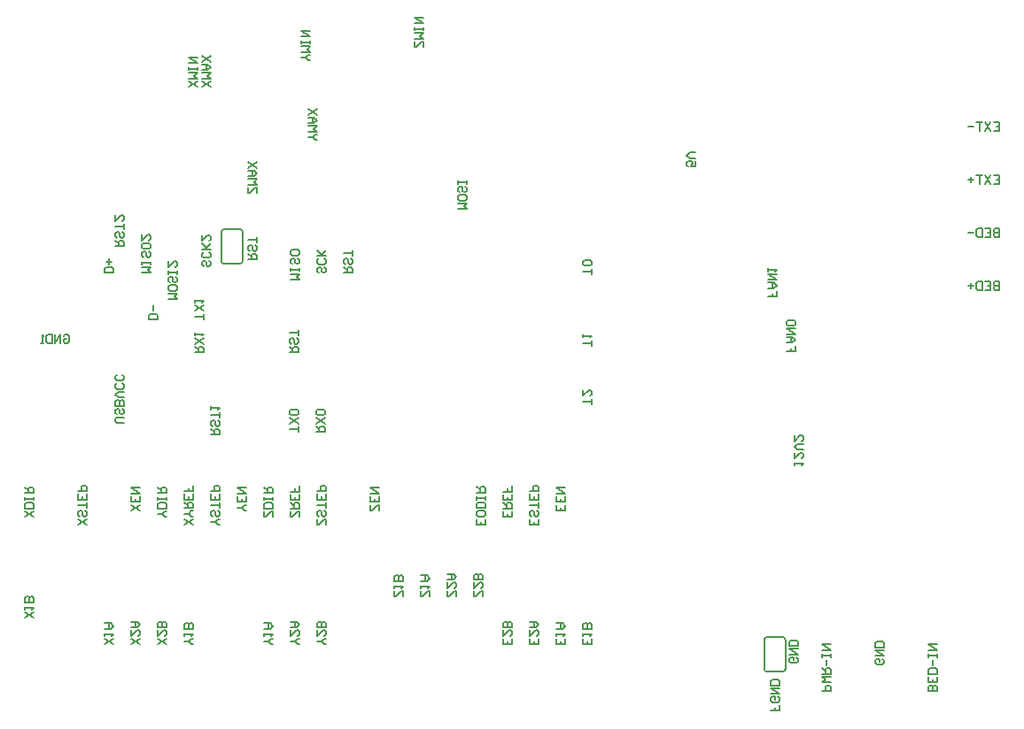
<source format=gbo>
G04 Layer_Color=32896*
%FSLAX24Y24*%
%MOIN*%
G70*
G01*
G75*
%ADD113C,0.0060*%
D113*
X18232Y27944D02*
G03*
X18332Y27844I100J0D01*
G01*
Y29144D02*
G03*
X18232Y29044I0J-100D01*
G01*
X19032D02*
G03*
X18932Y29144I-100J0D01*
G01*
Y27844D02*
G03*
X19032Y27944I0J100D01*
G01*
X39455Y13680D02*
G03*
X39355Y13780I-100J0D01*
G01*
Y12480D02*
G03*
X39455Y12580I0J100D01*
G01*
X38655D02*
G03*
X38755Y12480I100J0D01*
G01*
Y13780D02*
G03*
X38655Y13680I0J-100D01*
G01*
X19032Y27944D02*
Y29044D01*
X18332Y27844D02*
X18932D01*
X18332Y29144D02*
X18932D01*
X18232Y27944D02*
Y29044D01*
X38655Y12580D02*
Y13680D01*
X38755Y13780D02*
X39355D01*
X38755Y12480D02*
X39355D01*
X39455Y12580D02*
Y13680D01*
X11170Y18300D02*
X10850Y18513D01*
X11170D02*
X10850Y18300D01*
X11170Y18620D02*
X10850D01*
Y18780D01*
X10903Y18833D01*
X11117D01*
X11170Y18780D01*
Y18620D01*
Y18940D02*
Y19046D01*
Y18993D01*
X10850D01*
Y18940D01*
Y19046D01*
Y19206D02*
X11170D01*
Y19366D01*
X11117Y19420D01*
X11010D01*
X10957Y19366D01*
Y19206D01*
Y19313D02*
X10850Y19420D01*
X13170Y18000D02*
X12850Y18213D01*
X13170D02*
X12850Y18000D01*
X13117Y18533D02*
X13170Y18480D01*
Y18373D01*
X13117Y18320D01*
X13063D01*
X13010Y18373D01*
Y18480D01*
X12957Y18533D01*
X12903D01*
X12850Y18480D01*
Y18373D01*
X12903Y18320D01*
X13170Y18640D02*
Y18853D01*
Y18746D01*
X12850D01*
X13170Y19173D02*
Y18960D01*
X12850D01*
Y19173D01*
X13010Y18960D02*
Y19066D01*
X12850Y19280D02*
X13170D01*
Y19440D01*
X13117Y19493D01*
X13010D01*
X12957Y19440D01*
Y19280D01*
X15170Y18550D02*
X14850Y18763D01*
X15170D02*
X14850Y18550D01*
X15170Y19083D02*
Y18870D01*
X14850D01*
Y19083D01*
X15010Y18870D02*
Y18977D01*
X14850Y19190D02*
X15170D01*
X14850Y19403D01*
X15170D01*
X16170Y18300D02*
X16117D01*
X16010Y18407D01*
X16117Y18513D01*
X16170D01*
X16010Y18407D02*
X15850D01*
X16170Y18620D02*
X15850D01*
Y18780D01*
X15903Y18833D01*
X16117D01*
X16170Y18780D01*
Y18620D01*
Y18940D02*
Y19046D01*
Y18993D01*
X15850D01*
Y18940D01*
Y19046D01*
Y19206D02*
X16170D01*
Y19366D01*
X16117Y19420D01*
X16010D01*
X15957Y19366D01*
Y19206D01*
Y19313D02*
X15850Y19420D01*
X17170Y18000D02*
X16850Y18213D01*
X17170D02*
X16850Y18000D01*
X17170Y18320D02*
X17117D01*
X17010Y18427D01*
X17117Y18533D01*
X17170D01*
X17010Y18427D02*
X16850D01*
Y18640D02*
X17170D01*
Y18800D01*
X17117Y18853D01*
X17010D01*
X16957Y18800D01*
Y18640D01*
Y18746D02*
X16850Y18853D01*
X17170Y19173D02*
Y18960D01*
X16850D01*
Y19173D01*
X17010Y18960D02*
Y19066D01*
X17170Y19493D02*
Y19280D01*
X17010D01*
Y19386D01*
Y19280D01*
X16850D01*
X18170Y18000D02*
X18117D01*
X18010Y18107D01*
X18117Y18213D01*
X18170D01*
X18010Y18107D02*
X17850D01*
X18117Y18533D02*
X18170Y18480D01*
Y18373D01*
X18117Y18320D01*
X18063D01*
X18010Y18373D01*
Y18480D01*
X17957Y18533D01*
X17903D01*
X17850Y18480D01*
Y18373D01*
X17903Y18320D01*
X18170Y18640D02*
Y18853D01*
Y18746D01*
X17850D01*
X18170Y19173D02*
Y18960D01*
X17850D01*
Y19173D01*
X18010Y18960D02*
Y19066D01*
X17850Y19280D02*
X18170D01*
Y19440D01*
X18117Y19493D01*
X18010D01*
X17957Y19440D01*
Y19280D01*
X19170Y18550D02*
X19117D01*
X19010Y18657D01*
X19117Y18763D01*
X19170D01*
X19010Y18657D02*
X18850D01*
X19170Y19083D02*
Y18870D01*
X18850D01*
Y19083D01*
X19010Y18870D02*
Y18977D01*
X18850Y19190D02*
X19170D01*
X18850Y19403D01*
X19170D01*
X20170Y18300D02*
Y18513D01*
X20117D01*
X19903Y18300D01*
X19850D01*
Y18513D01*
X20170Y18620D02*
X19850D01*
Y18780D01*
X19903Y18833D01*
X20117D01*
X20170Y18780D01*
Y18620D01*
Y18940D02*
Y19046D01*
Y18993D01*
X19850D01*
Y18940D01*
Y19046D01*
Y19206D02*
X20170D01*
Y19366D01*
X20117Y19420D01*
X20010D01*
X19957Y19366D01*
Y19206D01*
Y19313D02*
X19850Y19420D01*
X21170Y18300D02*
Y18513D01*
X21117D01*
X20903Y18300D01*
X20850D01*
Y18513D01*
Y18620D02*
X21170D01*
Y18780D01*
X21117Y18833D01*
X21010D01*
X20957Y18780D01*
Y18620D01*
Y18727D02*
X20850Y18833D01*
X21170Y19153D02*
Y18940D01*
X20850D01*
Y19153D01*
X21010Y18940D02*
Y19046D01*
X21170Y19473D02*
Y19260D01*
X21010D01*
Y19366D01*
Y19260D01*
X20850D01*
X22170Y18000D02*
Y18213D01*
X22117D01*
X21903Y18000D01*
X21850D01*
Y18213D01*
X22117Y18533D02*
X22170Y18480D01*
Y18373D01*
X22117Y18320D01*
X22063D01*
X22010Y18373D01*
Y18480D01*
X21957Y18533D01*
X21903D01*
X21850Y18480D01*
Y18373D01*
X21903Y18320D01*
X22170Y18640D02*
Y18853D01*
Y18746D01*
X21850D01*
X22170Y19173D02*
Y18960D01*
X21850D01*
Y19173D01*
X22010Y18960D02*
Y19066D01*
X21850Y19280D02*
X22170D01*
Y19440D01*
X22117Y19493D01*
X22010D01*
X21957Y19440D01*
Y19280D01*
X24170Y18550D02*
Y18763D01*
X24117D01*
X23903Y18550D01*
X23850D01*
Y18763D01*
X24170Y19083D02*
Y18870D01*
X23850D01*
Y19083D01*
X24010Y18870D02*
Y18977D01*
X23850Y19190D02*
X24170D01*
X23850Y19403D01*
X24170D01*
X28170Y18213D02*
Y18000D01*
X27850D01*
Y18213D01*
X28010Y18000D02*
Y18107D01*
X28117Y18320D02*
X28170Y18373D01*
Y18480D01*
X28117Y18533D01*
X27903D01*
X27850Y18480D01*
Y18373D01*
X27903Y18320D01*
X28117D01*
X28170Y18640D02*
X27850D01*
Y18800D01*
X27903Y18853D01*
X28117D01*
X28170Y18800D01*
Y18640D01*
Y18960D02*
Y19066D01*
Y19013D01*
X27850D01*
Y18960D01*
Y19066D01*
Y19226D02*
X28170D01*
Y19386D01*
X28117Y19440D01*
X28010D01*
X27957Y19386D01*
Y19226D01*
Y19333D02*
X27850Y19440D01*
X29170Y18513D02*
Y18300D01*
X28850D01*
Y18513D01*
X29010Y18300D02*
Y18407D01*
X28850Y18620D02*
X29170D01*
Y18780D01*
X29117Y18833D01*
X29010D01*
X28957Y18780D01*
Y18620D01*
Y18727D02*
X28850Y18833D01*
X29170Y19153D02*
Y18940D01*
X28850D01*
Y19153D01*
X29010Y18940D02*
Y19046D01*
X29170Y19473D02*
Y19260D01*
X29010D01*
Y19366D01*
Y19260D01*
X28850D01*
X30170Y18213D02*
Y18000D01*
X29850D01*
Y18213D01*
X30010Y18000D02*
Y18107D01*
X30117Y18533D02*
X30170Y18480D01*
Y18373D01*
X30117Y18320D01*
X30063D01*
X30010Y18373D01*
Y18480D01*
X29957Y18533D01*
X29903D01*
X29850Y18480D01*
Y18373D01*
X29903Y18320D01*
X30170Y18640D02*
Y18853D01*
Y18746D01*
X29850D01*
X30170Y19173D02*
Y18960D01*
X29850D01*
Y19173D01*
X30010Y18960D02*
Y19066D01*
X29850Y19280D02*
X30170D01*
Y19440D01*
X30117Y19493D01*
X30010D01*
X29957Y19440D01*
Y19280D01*
X31170Y18763D02*
Y18550D01*
X30850D01*
Y18763D01*
X31010Y18550D02*
Y18657D01*
X31170Y19083D02*
Y18870D01*
X30850D01*
Y19083D01*
X31010Y18870D02*
Y18977D01*
X30850Y19190D02*
X31170D01*
X30850Y19403D01*
X31170D01*
X11170Y14500D02*
X10850Y14713D01*
X11170D02*
X10850Y14500D01*
Y14820D02*
Y14927D01*
Y14873D01*
X11170D01*
X11117Y14820D01*
X11170Y15086D02*
X10850D01*
Y15246D01*
X10903Y15300D01*
X10957D01*
X11010Y15246D01*
Y15086D01*
Y15246D01*
X11063Y15300D01*
X11117D01*
X11170Y15246D01*
Y15086D01*
X14170Y13500D02*
X13850Y13713D01*
X14170D02*
X13850Y13500D01*
Y13820D02*
Y13927D01*
Y13873D01*
X14170D01*
X14117Y13820D01*
X13850Y14086D02*
X14063D01*
X14170Y14193D01*
X14063Y14300D01*
X13850D01*
X14010D01*
Y14086D01*
X15170Y13500D02*
X14850Y13713D01*
X15170D02*
X14850Y13500D01*
Y14033D02*
Y13820D01*
X15063Y14033D01*
X15117D01*
X15170Y13980D01*
Y13873D01*
X15117Y13820D01*
X14850Y14140D02*
X15063D01*
X15170Y14246D01*
X15063Y14353D01*
X14850D01*
X15010D01*
Y14140D01*
X16170Y13500D02*
X15850Y13713D01*
X16170D02*
X15850Y13500D01*
Y14033D02*
Y13820D01*
X16063Y14033D01*
X16117D01*
X16170Y13980D01*
Y13873D01*
X16117Y13820D01*
X16170Y14140D02*
X15850D01*
Y14300D01*
X15903Y14353D01*
X15957D01*
X16010Y14300D01*
Y14140D01*
Y14300D01*
X16063Y14353D01*
X16117D01*
X16170Y14300D01*
Y14140D01*
X17170Y13500D02*
X17117D01*
X17010Y13607D01*
X17117Y13713D01*
X17170D01*
X17010Y13607D02*
X16850D01*
Y13820D02*
Y13927D01*
Y13873D01*
X17170D01*
X17117Y13820D01*
X17170Y14086D02*
X16850D01*
Y14246D01*
X16903Y14300D01*
X16957D01*
X17010Y14246D01*
Y14086D01*
Y14246D01*
X17063Y14300D01*
X17117D01*
X17170Y14246D01*
Y14086D01*
X20170Y13500D02*
X20117D01*
X20010Y13607D01*
X20117Y13713D01*
X20170D01*
X20010Y13607D02*
X19850D01*
Y13820D02*
Y13927D01*
Y13873D01*
X20170D01*
X20117Y13820D01*
X19850Y14086D02*
X20063D01*
X20170Y14193D01*
X20063Y14300D01*
X19850D01*
X20010D01*
Y14086D01*
X21170Y13500D02*
X21117D01*
X21010Y13607D01*
X21117Y13713D01*
X21170D01*
X21010Y13607D02*
X20850D01*
Y14033D02*
Y13820D01*
X21063Y14033D01*
X21117D01*
X21170Y13980D01*
Y13873D01*
X21117Y13820D01*
X20850Y14140D02*
X21063D01*
X21170Y14246D01*
X21063Y14353D01*
X20850D01*
X21010D01*
Y14140D01*
X22170Y13500D02*
X22117D01*
X22010Y13607D01*
X22117Y13713D01*
X22170D01*
X22010Y13607D02*
X21850D01*
Y14033D02*
Y13820D01*
X22063Y14033D01*
X22117D01*
X22170Y13980D01*
Y13873D01*
X22117Y13820D01*
X22170Y14140D02*
X21850D01*
Y14300D01*
X21903Y14353D01*
X21957D01*
X22010Y14300D01*
Y14140D01*
Y14300D01*
X22063Y14353D01*
X22117D01*
X22170Y14300D01*
Y14140D01*
X25070Y15300D02*
Y15513D01*
X25017D01*
X24803Y15300D01*
X24750D01*
Y15513D01*
Y15620D02*
Y15727D01*
Y15673D01*
X25070D01*
X25017Y15620D01*
X25070Y15886D02*
X24750D01*
Y16046D01*
X24803Y16100D01*
X24857D01*
X24910Y16046D01*
Y15886D01*
Y16046D01*
X24963Y16100D01*
X25017D01*
X25070Y16046D01*
Y15886D01*
X26070Y15300D02*
Y15513D01*
X26017D01*
X25803Y15300D01*
X25750D01*
Y15513D01*
Y15620D02*
Y15727D01*
Y15673D01*
X26070D01*
X26017Y15620D01*
X25750Y15886D02*
X25963D01*
X26070Y15993D01*
X25963Y16100D01*
X25750D01*
X25910D01*
Y15886D01*
X27070Y15300D02*
Y15513D01*
X27017D01*
X26803Y15300D01*
X26750D01*
Y15513D01*
Y15833D02*
Y15620D01*
X26963Y15833D01*
X27017D01*
X27070Y15780D01*
Y15673D01*
X27017Y15620D01*
X26750Y15940D02*
X26963D01*
X27070Y16046D01*
X26963Y16153D01*
X26750D01*
X26910D01*
Y15940D01*
X28070Y15300D02*
Y15513D01*
X28017D01*
X27803Y15300D01*
X27750D01*
Y15513D01*
Y15833D02*
Y15620D01*
X27963Y15833D01*
X28017D01*
X28070Y15780D01*
Y15673D01*
X28017Y15620D01*
X28070Y15940D02*
X27750D01*
Y16100D01*
X27803Y16153D01*
X27857D01*
X27910Y16100D01*
Y15940D01*
Y16100D01*
X27963Y16153D01*
X28017D01*
X28070Y16100D01*
Y15940D01*
X29170Y13713D02*
Y13500D01*
X28850D01*
Y13713D01*
X29010Y13500D02*
Y13607D01*
X28850Y14033D02*
Y13820D01*
X29063Y14033D01*
X29117D01*
X29170Y13980D01*
Y13873D01*
X29117Y13820D01*
X29170Y14140D02*
X28850D01*
Y14300D01*
X28903Y14353D01*
X28957D01*
X29010Y14300D01*
Y14140D01*
Y14300D01*
X29063Y14353D01*
X29117D01*
X29170Y14300D01*
Y14140D01*
X30170Y13713D02*
Y13500D01*
X29850D01*
Y13713D01*
X30010Y13500D02*
Y13607D01*
X29850Y14033D02*
Y13820D01*
X30063Y14033D01*
X30117D01*
X30170Y13980D01*
Y13873D01*
X30117Y13820D01*
X29850Y14140D02*
X30063D01*
X30170Y14246D01*
X30063Y14353D01*
X29850D01*
X30010D01*
Y14140D01*
X31170Y13713D02*
Y13500D01*
X30850D01*
Y13713D01*
X31010Y13500D02*
Y13607D01*
X30850Y13820D02*
Y13927D01*
Y13873D01*
X31170D01*
X31117Y13820D01*
X30850Y14086D02*
X31063D01*
X31170Y14193D01*
X31063Y14300D01*
X30850D01*
X31010D01*
Y14086D01*
X32170Y13713D02*
Y13500D01*
X31850D01*
Y13713D01*
X32010Y13500D02*
Y13607D01*
X31850Y13820D02*
Y13927D01*
Y13873D01*
X32170D01*
X32117Y13820D01*
X32170Y14086D02*
X31850D01*
Y14246D01*
X31903Y14300D01*
X31957D01*
X32010Y14246D01*
Y14086D01*
Y14246D01*
X32063Y14300D01*
X32117D01*
X32170Y14246D01*
Y14086D01*
X39220Y11213D02*
Y11000D01*
X39060D01*
Y11107D01*
Y11000D01*
X38900D01*
X39167Y11533D02*
X39220Y11480D01*
Y11373D01*
X39167Y11320D01*
X38953D01*
X38900Y11373D01*
Y11480D01*
X38953Y11533D01*
X39060D01*
Y11427D01*
X38900Y11640D02*
X39220D01*
X38900Y11853D01*
X39220D01*
Y11960D02*
X38900D01*
Y12120D01*
X38953Y12173D01*
X39167D01*
X39220Y12120D01*
Y11960D01*
X39867Y13013D02*
X39920Y12960D01*
Y12853D01*
X39867Y12800D01*
X39653D01*
X39600Y12853D01*
Y12960D01*
X39653Y13013D01*
X39760D01*
Y12907D01*
X39600Y13120D02*
X39920D01*
X39600Y13333D01*
X39920D01*
Y13440D02*
X39600D01*
Y13600D01*
X39653Y13653D01*
X39867D01*
X39920Y13600D01*
Y13440D01*
X40850Y11750D02*
X41170D01*
Y11910D01*
X41117Y11963D01*
X41010D01*
X40957Y11910D01*
Y11750D01*
X41170Y12070D02*
X40850D01*
X40957Y12177D01*
X40850Y12283D01*
X41170D01*
X40850Y12390D02*
X41170D01*
Y12550D01*
X41117Y12603D01*
X41010D01*
X40957Y12550D01*
Y12390D01*
Y12496D02*
X40850Y12603D01*
X41010Y12710D02*
Y12923D01*
X41170Y13030D02*
Y13136D01*
Y13083D01*
X40850D01*
Y13030D01*
Y13136D01*
Y13296D02*
X41170D01*
X40850Y13509D01*
X41170D01*
X43117Y12963D02*
X43170Y12910D01*
Y12803D01*
X43117Y12750D01*
X42903D01*
X42850Y12803D01*
Y12910D01*
X42903Y12963D01*
X43010D01*
Y12857D01*
X42850Y13070D02*
X43170D01*
X42850Y13283D01*
X43170D01*
Y13390D02*
X42850D01*
Y13550D01*
X42903Y13603D01*
X43117D01*
X43170Y13550D01*
Y13390D01*
X45170Y11750D02*
X44850D01*
Y11910D01*
X44903Y11963D01*
X44957D01*
X45010Y11910D01*
Y11750D01*
Y11910D01*
X45063Y11963D01*
X45117D01*
X45170Y11910D01*
Y11750D01*
Y12283D02*
Y12070D01*
X44850D01*
Y12283D01*
X45010Y12070D02*
Y12177D01*
X45170Y12390D02*
X44850D01*
Y12550D01*
X44903Y12603D01*
X45117D01*
X45170Y12550D01*
Y12390D01*
X45010Y12710D02*
Y12923D01*
X45170Y13030D02*
Y13136D01*
Y13083D01*
X44850D01*
Y13030D01*
Y13136D01*
Y13296D02*
X45170D01*
X44850Y13509D01*
X45170D01*
X39800Y20250D02*
Y20357D01*
Y20303D01*
X40120D01*
X40067Y20250D01*
X39800Y20730D02*
Y20517D01*
X40013Y20730D01*
X40067D01*
X40120Y20677D01*
Y20570D01*
X40067Y20517D01*
X40120Y20836D02*
X39907D01*
X39800Y20943D01*
X39907Y21050D01*
X40120D01*
X39800Y21370D02*
Y21156D01*
X40013Y21370D01*
X40067D01*
X40120Y21316D01*
Y21210D01*
X40067Y21156D01*
X39820Y24763D02*
Y24550D01*
X39660D01*
Y24657D01*
Y24550D01*
X39500D01*
Y24870D02*
X39713D01*
X39820Y24977D01*
X39713Y25083D01*
X39500D01*
X39660D01*
Y24870D01*
X39500Y25190D02*
X39820D01*
X39500Y25403D01*
X39820D01*
X39767Y25510D02*
X39820Y25563D01*
Y25670D01*
X39767Y25723D01*
X39553D01*
X39500Y25670D01*
Y25563D01*
X39553Y25510D01*
X39767D01*
X39120Y26813D02*
Y26600D01*
X38960D01*
Y26707D01*
Y26600D01*
X38800D01*
Y26920D02*
X39013D01*
X39120Y27027D01*
X39013Y27133D01*
X38800D01*
X38960D01*
Y26920D01*
X38800Y27240D02*
X39120D01*
X38800Y27453D01*
X39120D01*
X38800Y27560D02*
Y27666D01*
Y27613D01*
X39120D01*
X39067Y27560D01*
X32170Y27450D02*
Y27663D01*
Y27557D01*
X31850D01*
X32117Y27770D02*
X32170Y27823D01*
Y27930D01*
X32117Y27983D01*
X31903D01*
X31850Y27930D01*
Y27823D01*
X31903Y27770D01*
X32117D01*
X32170Y24750D02*
Y24963D01*
Y24857D01*
X31850D01*
Y25070D02*
Y25177D01*
Y25123D01*
X32170D01*
X32117Y25070D01*
X32170Y22550D02*
Y22763D01*
Y22657D01*
X31850D01*
Y23083D02*
Y22870D01*
X32063Y23083D01*
X32117D01*
X32170Y23030D01*
Y22923D01*
X32117Y22870D01*
X21800Y21500D02*
X22120D01*
Y21660D01*
X22067Y21713D01*
X21960D01*
X21907Y21660D01*
Y21500D01*
Y21607D02*
X21800Y21713D01*
X22120Y21820D02*
X21800Y22033D01*
X22120D02*
X21800Y21820D01*
X22067Y22140D02*
X22120Y22193D01*
Y22300D01*
X22067Y22353D01*
X21853D01*
X21800Y22300D01*
Y22193D01*
X21853Y22140D01*
X22067D01*
X21120Y21500D02*
Y21713D01*
Y21607D01*
X20800D01*
X21120Y21820D02*
X20800Y22033D01*
X21120D02*
X20800Y21820D01*
X21067Y22140D02*
X21120Y22193D01*
Y22300D01*
X21067Y22353D01*
X20853D01*
X20800Y22300D01*
Y22193D01*
X20853Y22140D01*
X21067D01*
X20800Y24500D02*
X21120D01*
Y24660D01*
X21067Y24713D01*
X20960D01*
X20907Y24660D01*
Y24500D01*
Y24607D02*
X20800Y24713D01*
X21067Y25033D02*
X21120Y24980D01*
Y24873D01*
X21067Y24820D01*
X21013D01*
X20960Y24873D01*
Y24980D01*
X20907Y25033D01*
X20853D01*
X20800Y24980D01*
Y24873D01*
X20853Y24820D01*
X21120Y25140D02*
Y25353D01*
Y25246D01*
X20800D01*
X17850Y21400D02*
X18170D01*
Y21560D01*
X18117Y21613D01*
X18010D01*
X17957Y21560D01*
Y21400D01*
Y21507D02*
X17850Y21613D01*
X18117Y21933D02*
X18170Y21880D01*
Y21773D01*
X18117Y21720D01*
X18063D01*
X18010Y21773D01*
Y21880D01*
X17957Y21933D01*
X17903D01*
X17850Y21880D01*
Y21773D01*
X17903Y21720D01*
X18170Y22040D02*
Y22253D01*
Y22146D01*
X17850D01*
Y22360D02*
Y22466D01*
Y22413D01*
X18170D01*
X18117Y22360D01*
X17250Y24500D02*
X17570D01*
Y24660D01*
X17517Y24713D01*
X17410D01*
X17357Y24660D01*
Y24500D01*
Y24607D02*
X17250Y24713D01*
X17570Y24820D02*
X17250Y25033D01*
X17570D02*
X17250Y24820D01*
Y25140D02*
Y25246D01*
Y25193D01*
X17570D01*
X17517Y25140D01*
X17570Y25750D02*
Y25963D01*
Y25857D01*
X17250D01*
X17570Y26070D02*
X17250Y26283D01*
X17570D02*
X17250Y26070D01*
Y26390D02*
Y26496D01*
Y26443D01*
X17570D01*
X17517Y26390D01*
X16250Y26500D02*
X16570D01*
X16463Y26607D01*
X16570Y26713D01*
X16250D01*
X16570Y26980D02*
Y26873D01*
X16517Y26820D01*
X16303D01*
X16250Y26873D01*
Y26980D01*
X16303Y27033D01*
X16517D01*
X16570Y26980D01*
X16517Y27353D02*
X16570Y27300D01*
Y27193D01*
X16517Y27140D01*
X16463D01*
X16410Y27193D01*
Y27300D01*
X16357Y27353D01*
X16303D01*
X16250Y27300D01*
Y27193D01*
X16303Y27140D01*
X16570Y27460D02*
Y27566D01*
Y27513D01*
X16250D01*
Y27460D01*
Y27566D01*
Y27940D02*
Y27726D01*
X16463Y27940D01*
X16517D01*
X16570Y27886D01*
Y27780D01*
X16517Y27726D01*
X17767Y27963D02*
X17820Y27910D01*
Y27803D01*
X17767Y27750D01*
X17713D01*
X17660Y27803D01*
Y27910D01*
X17607Y27963D01*
X17553D01*
X17500Y27910D01*
Y27803D01*
X17553Y27750D01*
X17767Y28283D02*
X17820Y28230D01*
Y28123D01*
X17767Y28070D01*
X17553D01*
X17500Y28123D01*
Y28230D01*
X17553Y28283D01*
X17820Y28390D02*
X17500D01*
X17607D01*
X17820Y28603D01*
X17660Y28443D01*
X17500Y28603D01*
Y28923D02*
Y28710D01*
X17713Y28923D01*
X17767D01*
X17820Y28870D01*
Y28763D01*
X17767Y28710D01*
X15250Y27500D02*
X15570D01*
X15463Y27607D01*
X15570Y27713D01*
X15250D01*
X15570Y27820D02*
Y27927D01*
Y27873D01*
X15250D01*
Y27820D01*
Y27927D01*
X15517Y28300D02*
X15570Y28246D01*
Y28140D01*
X15517Y28086D01*
X15463D01*
X15410Y28140D01*
Y28246D01*
X15357Y28300D01*
X15303D01*
X15250Y28246D01*
Y28140D01*
X15303Y28086D01*
X15570Y28566D02*
Y28460D01*
X15517Y28406D01*
X15303D01*
X15250Y28460D01*
Y28566D01*
X15303Y28620D01*
X15517D01*
X15570Y28566D01*
X15250Y28940D02*
Y28726D01*
X15463Y28940D01*
X15517D01*
X15570Y28886D01*
Y28780D01*
X15517Y28726D01*
X19250Y28000D02*
X19570D01*
Y28160D01*
X19517Y28213D01*
X19410D01*
X19357Y28160D01*
Y28000D01*
Y28107D02*
X19250Y28213D01*
X19517Y28533D02*
X19570Y28480D01*
Y28373D01*
X19517Y28320D01*
X19463D01*
X19410Y28373D01*
Y28480D01*
X19357Y28533D01*
X19303D01*
X19250Y28480D01*
Y28373D01*
X19303Y28320D01*
X19570Y28640D02*
Y28853D01*
Y28746D01*
X19250D01*
X14250Y28500D02*
X14570D01*
Y28660D01*
X14517Y28713D01*
X14410D01*
X14357Y28660D01*
Y28500D01*
Y28607D02*
X14250Y28713D01*
X14517Y29033D02*
X14570Y28980D01*
Y28873D01*
X14517Y28820D01*
X14463D01*
X14410Y28873D01*
Y28980D01*
X14357Y29033D01*
X14303D01*
X14250Y28980D01*
Y28873D01*
X14303Y28820D01*
X14570Y29140D02*
Y29353D01*
Y29246D01*
X14250D01*
Y29673D02*
Y29460D01*
X14463Y29673D01*
X14517D01*
X14570Y29620D01*
Y29513D01*
X14517Y29460D01*
X17320Y34500D02*
X17000Y34713D01*
X17320D02*
X17000Y34500D01*
Y34820D02*
X17320D01*
X17213Y34927D01*
X17320Y35033D01*
X17000D01*
X17320Y35140D02*
Y35246D01*
Y35193D01*
X17000D01*
Y35140D01*
Y35246D01*
Y35406D02*
X17320D01*
X17000Y35620D01*
X17320D01*
X17820Y34500D02*
X17500Y34713D01*
X17820D02*
X17500Y34500D01*
Y34820D02*
X17820D01*
X17713Y34927D01*
X17820Y35033D01*
X17500D01*
Y35140D02*
X17713D01*
X17820Y35246D01*
X17713Y35353D01*
X17500D01*
X17660D01*
Y35140D01*
X17820Y35460D02*
X17500Y35673D01*
X17820D02*
X17500Y35460D01*
X21570Y35500D02*
X21517D01*
X21410Y35607D01*
X21517Y35713D01*
X21570D01*
X21410Y35607D02*
X21250D01*
Y35820D02*
X21570D01*
X21463Y35927D01*
X21570Y36033D01*
X21250D01*
X21570Y36140D02*
Y36246D01*
Y36193D01*
X21250D01*
Y36140D01*
Y36246D01*
Y36406D02*
X21570D01*
X21250Y36620D01*
X21570D01*
X21820Y32500D02*
X21767D01*
X21660Y32607D01*
X21767Y32713D01*
X21820D01*
X21660Y32607D02*
X21500D01*
Y32820D02*
X21820D01*
X21713Y32927D01*
X21820Y33033D01*
X21500D01*
Y33140D02*
X21713D01*
X21820Y33246D01*
X21713Y33353D01*
X21500D01*
X21660D01*
Y33140D01*
X21820Y33460D02*
X21500Y33673D01*
X21820D02*
X21500Y33460D01*
X25820Y36000D02*
Y36213D01*
X25767D01*
X25553Y36000D01*
X25500D01*
Y36213D01*
Y36320D02*
X25820D01*
X25713Y36427D01*
X25820Y36533D01*
X25500D01*
X25820Y36640D02*
Y36746D01*
Y36693D01*
X25500D01*
Y36640D01*
Y36746D01*
Y36906D02*
X25820D01*
X25500Y37120D01*
X25820D01*
X19570Y30500D02*
Y30713D01*
X19517D01*
X19303Y30500D01*
X19250D01*
Y30713D01*
Y30820D02*
X19570D01*
X19463Y30927D01*
X19570Y31033D01*
X19250D01*
Y31140D02*
X19463D01*
X19570Y31246D01*
X19463Y31353D01*
X19250D01*
X19410D01*
Y31140D01*
X19570Y31460D02*
X19250Y31673D01*
X19570D02*
X19250Y31460D01*
X20850Y27250D02*
X21170D01*
X21063Y27357D01*
X21170Y27463D01*
X20850D01*
X21170Y27570D02*
Y27677D01*
Y27623D01*
X20850D01*
Y27570D01*
Y27677D01*
X21117Y28050D02*
X21170Y27996D01*
Y27890D01*
X21117Y27836D01*
X21063D01*
X21010Y27890D01*
Y27996D01*
X20957Y28050D01*
X20903D01*
X20850Y27996D01*
Y27890D01*
X20903Y27836D01*
X21170Y28316D02*
Y28210D01*
X21117Y28156D01*
X20903D01*
X20850Y28210D01*
Y28316D01*
X20903Y28370D01*
X21117D01*
X21170Y28316D01*
X22117Y27713D02*
X22170Y27660D01*
Y27553D01*
X22117Y27500D01*
X22063D01*
X22010Y27553D01*
Y27660D01*
X21957Y27713D01*
X21903D01*
X21850Y27660D01*
Y27553D01*
X21903Y27500D01*
X22117Y28033D02*
X22170Y27980D01*
Y27873D01*
X22117Y27820D01*
X21903D01*
X21850Y27873D01*
Y27980D01*
X21903Y28033D01*
X22170Y28140D02*
X21850D01*
X21957D01*
X22170Y28353D01*
X22010Y28193D01*
X21850Y28353D01*
X22850Y27500D02*
X23170D01*
Y27660D01*
X23117Y27713D01*
X23010D01*
X22957Y27660D01*
Y27500D01*
Y27607D02*
X22850Y27713D01*
X23117Y28033D02*
X23170Y27980D01*
Y27873D01*
X23117Y27820D01*
X23063D01*
X23010Y27873D01*
Y27980D01*
X22957Y28033D01*
X22903D01*
X22850Y27980D01*
Y27873D01*
X22903Y27820D01*
X23170Y28140D02*
Y28353D01*
Y28246D01*
X22850D01*
X27150Y29900D02*
X27470D01*
X27363Y30007D01*
X27470Y30113D01*
X27150D01*
X27470Y30380D02*
Y30273D01*
X27417Y30220D01*
X27203D01*
X27150Y30273D01*
Y30380D01*
X27203Y30433D01*
X27417D01*
X27470Y30380D01*
X27417Y30753D02*
X27470Y30700D01*
Y30593D01*
X27417Y30540D01*
X27363D01*
X27310Y30593D01*
Y30700D01*
X27257Y30753D01*
X27203D01*
X27150Y30700D01*
Y30593D01*
X27203Y30540D01*
X27470Y30860D02*
Y30966D01*
Y30913D01*
X27150D01*
Y30860D01*
Y30966D01*
X36070Y31713D02*
Y31500D01*
X35910D01*
X35963Y31607D01*
Y31660D01*
X35910Y31713D01*
X35803D01*
X35750Y31660D01*
Y31553D01*
X35803Y31500D01*
X36070Y31820D02*
X35857D01*
X35750Y31927D01*
X35857Y32033D01*
X36070D01*
X14170Y27500D02*
X13850D01*
Y27660D01*
X13903Y27713D01*
X14117D01*
X14170Y27660D01*
Y27500D01*
X14010Y27820D02*
Y28033D01*
X14117Y27927D02*
X13903D01*
X15820Y25750D02*
X15500D01*
Y25910D01*
X15553Y25963D01*
X15767D01*
X15820Y25910D01*
Y25750D01*
X15660Y26070D02*
Y26283D01*
X12287Y25117D02*
X12340Y25170D01*
X12447D01*
X12500Y25117D01*
Y24903D01*
X12447Y24850D01*
X12340D01*
X12287Y24903D01*
Y25010D01*
X12393D01*
X12180Y24850D02*
Y25170D01*
X11967Y24850D01*
Y25170D01*
X11860D02*
Y24850D01*
X11700D01*
X11647Y24903D01*
Y25117D01*
X11700Y25170D01*
X11860D01*
X11540Y24850D02*
X11434D01*
X11487D01*
Y25170D01*
X11540Y25117D01*
X14570Y21850D02*
X14303D01*
X14250Y21903D01*
Y22010D01*
X14303Y22063D01*
X14570D01*
X14517Y22383D02*
X14570Y22330D01*
Y22223D01*
X14517Y22170D01*
X14463D01*
X14410Y22223D01*
Y22330D01*
X14357Y22383D01*
X14303D01*
X14250Y22330D01*
Y22223D01*
X14303Y22170D01*
X14570Y22490D02*
X14250D01*
Y22650D01*
X14303Y22703D01*
X14357D01*
X14410Y22650D01*
Y22490D01*
Y22650D01*
X14463Y22703D01*
X14517D01*
X14570Y22650D01*
Y22490D01*
Y22810D02*
X14357D01*
X14250Y22916D01*
X14357Y23023D01*
X14570D01*
X14517Y23343D02*
X14570Y23290D01*
Y23183D01*
X14517Y23130D01*
X14303D01*
X14250Y23183D01*
Y23290D01*
X14303Y23343D01*
X14517Y23663D02*
X14570Y23609D01*
Y23503D01*
X14517Y23449D01*
X14303D01*
X14250Y23503D01*
Y23609D01*
X14303Y23663D01*
X47500Y27170D02*
Y26850D01*
X47340D01*
X47287Y26903D01*
Y26957D01*
X47340Y27010D01*
X47500D01*
X47340D01*
X47287Y27063D01*
Y27117D01*
X47340Y27170D01*
X47500D01*
X46967D02*
X47180D01*
Y26850D01*
X46967D01*
X47180Y27010D02*
X47073D01*
X46860Y27170D02*
Y26850D01*
X46700D01*
X46647Y26903D01*
Y27117D01*
X46700Y27170D01*
X46860D01*
X46540Y27010D02*
X46327D01*
X46434Y27117D02*
Y26903D01*
X47500Y29170D02*
Y28850D01*
X47340D01*
X47287Y28903D01*
Y28957D01*
X47340Y29010D01*
X47500D01*
X47340D01*
X47287Y29063D01*
Y29117D01*
X47340Y29170D01*
X47500D01*
X46967D02*
X47180D01*
Y28850D01*
X46967D01*
X47180Y29010D02*
X47073D01*
X46860Y29170D02*
Y28850D01*
X46700D01*
X46647Y28903D01*
Y29117D01*
X46700Y29170D01*
X46860D01*
X46540Y29010D02*
X46327D01*
X47287Y31170D02*
X47500D01*
Y30850D01*
X47287D01*
X47500Y31010D02*
X47393D01*
X47180Y31170D02*
X46967Y30850D01*
Y31170D02*
X47180Y30850D01*
X46860Y31170D02*
X46647D01*
X46754D01*
Y30850D01*
X46540Y31010D02*
X46327D01*
X46434Y31117D02*
Y30903D01*
X47287Y33170D02*
X47500D01*
Y32850D01*
X47287D01*
X47500Y33010D02*
X47393D01*
X47180Y33170D02*
X46967Y32850D01*
Y33170D02*
X47180Y32850D01*
X46860Y33170D02*
X46647D01*
X46754D01*
Y32850D01*
X46540Y33010D02*
X46327D01*
M02*

</source>
